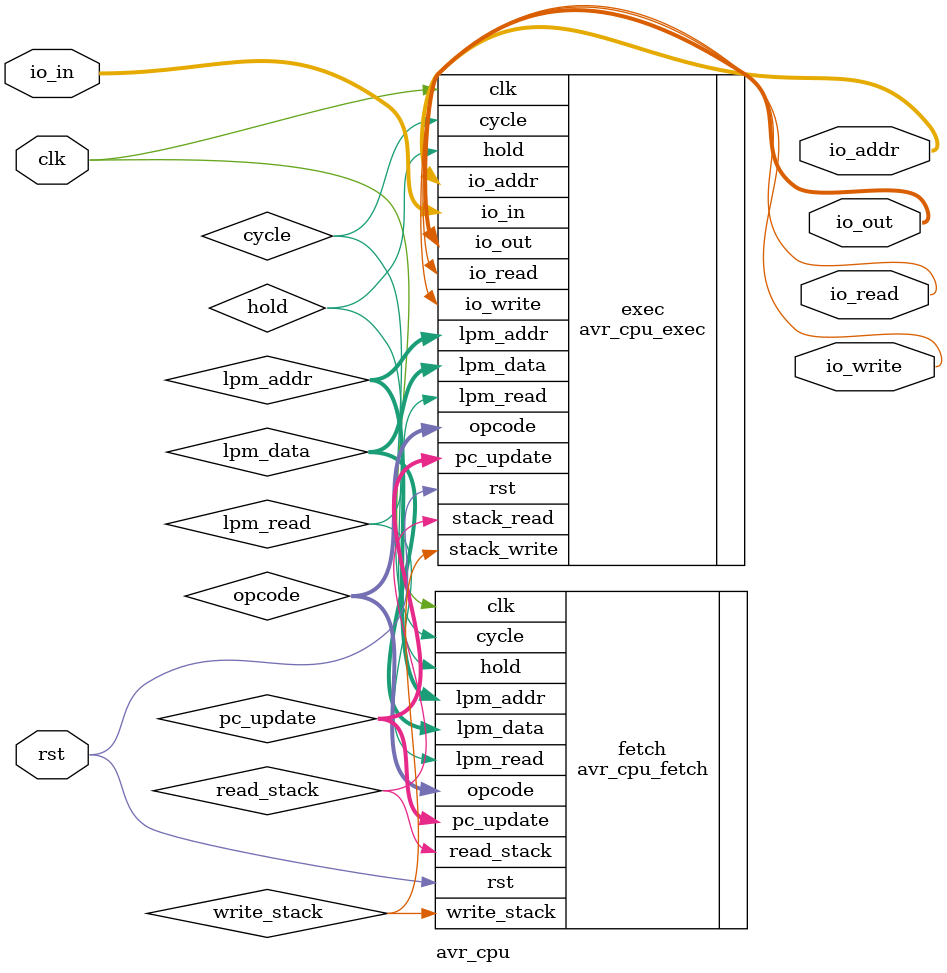
<source format=v>
module avr_cpu(
	input clk,
	input rst,
	output [5:0] io_addr,
	output io_read,
	output io_write,
	input [7:0] io_in,
	output [7:0] io_out);
	
	wire [15:0] opcode;
	wire cycle;
	wire [15:0] pc_update;
	wire read_stack;
	wire write_stack;
	wire hold;
	wire lpm_read;
	wire [15:0] lpm_addr;
	wire [7:0] lpm_data;
	
	avr_cpu_fetch fetch(.clk(clk), .rst(rst), .opcode(opcode), .cycle(cycle), .pc_update(pc_update), 
		.read_stack(read_stack), .write_stack(write_stack), .hold(hold), 
		.lpm_read(lpm_read), .lpm_addr(lpm_addr), .lpm_data(lpm_data));
	
	avr_cpu_exec exec(.clk(clk), .rst(rst), .opcode(opcode), .cycle(cycle), 
		.io_addr(io_addr), .io_read(io_read), .io_write(io_write), .io_in(io_in), .io_out(io_out),
		.pc_update(pc_update), .hold(hold), .stack_read(read_stack), .stack_write(write_stack),
		.lpm_read(lpm_read), .lpm_addr(lpm_addr), .lpm_data(lpm_data));
	
endmodule

</source>
